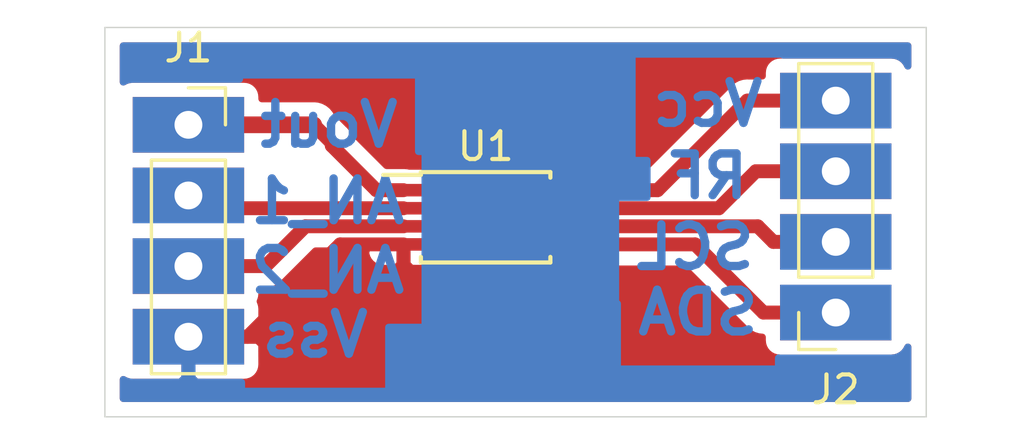
<source format=kicad_pcb>
(kicad_pcb (version 20171130) (host pcbnew "(5.1.5)-3")

  (general
    (thickness 1.6)
    (drawings 12)
    (tracks 25)
    (zones 0)
    (modules 3)
    (nets 9)
  )

  (page A4)
  (layers
    (0 F.Cu signal)
    (31 B.Cu signal)
    (32 B.Adhes user)
    (33 F.Adhes user)
    (34 B.Paste user)
    (35 F.Paste user)
    (36 B.SilkS user)
    (37 F.SilkS user)
    (38 B.Mask user)
    (39 F.Mask user)
    (40 Dwgs.User user)
    (41 Cmts.User user)
    (42 Eco1.User user)
    (43 Eco2.User user)
    (44 Edge.Cuts user)
    (45 Margin user)
    (46 B.CrtYd user)
    (47 F.CrtYd user)
    (48 B.Fab user)
    (49 F.Fab user)
  )

  (setup
    (last_trace_width 0.5)
    (user_trace_width 0.5)
    (user_trace_width 0.6)
    (trace_clearance 0.2)
    (zone_clearance 0.508)
    (zone_45_only no)
    (trace_min 0.2)
    (via_size 0.8)
    (via_drill 0.4)
    (via_min_size 0.4)
    (via_min_drill 0.3)
    (uvia_size 0.3)
    (uvia_drill 0.1)
    (uvias_allowed no)
    (uvia_min_size 0.2)
    (uvia_min_drill 0.1)
    (edge_width 0.05)
    (segment_width 0.2)
    (pcb_text_width 0.3)
    (pcb_text_size 1.5 1.5)
    (mod_edge_width 0.12)
    (mod_text_size 1 1)
    (mod_text_width 0.15)
    (pad_size 4 2)
    (pad_drill 1)
    (pad_to_mask_clearance 0.051)
    (solder_mask_min_width 0.25)
    (aux_axis_origin 0 0)
    (visible_elements FFFFFF7F)
    (pcbplotparams
      (layerselection 0x01000_ffffffff)
      (usegerberextensions false)
      (usegerberattributes false)
      (usegerberadvancedattributes false)
      (creategerberjobfile false)
      (excludeedgelayer true)
      (linewidth 0.100000)
      (plotframeref false)
      (viasonmask false)
      (mode 1)
      (useauxorigin false)
      (hpglpennumber 1)
      (hpglpenspeed 20)
      (hpglpendiameter 15.000000)
      (psnegative false)
      (psa4output false)
      (plotreference true)
      (plotvalue true)
      (plotinvisibletext false)
      (padsonsilk false)
      (subtractmaskfromsilk false)
      (outputformat 1)
      (mirror false)
      (drillshape 0)
      (scaleselection 1)
      (outputdirectory ""))
  )

  (net 0 "")
  (net 1 "Net-(J1-Pad1)")
  (net 2 "Net-(J1-Pad2)")
  (net 3 "Net-(J1-Pad3)")
  (net 4 "Net-(J1-Pad4)")
  (net 5 "Net-(J2-Pad4)")
  (net 6 "Net-(J2-Pad3)")
  (net 7 "Net-(J2-Pad2)")
  (net 8 "Net-(J2-Pad1)")

  (net_class Default "This is the default net class."
    (clearance 0.2)
    (trace_width 0.25)
    (via_dia 0.8)
    (via_drill 0.4)
    (uvia_dia 0.3)
    (uvia_drill 0.1)
    (add_net "Net-(J1-Pad1)")
    (add_net "Net-(J1-Pad2)")
    (add_net "Net-(J1-Pad3)")
    (add_net "Net-(J1-Pad4)")
    (add_net "Net-(J2-Pad1)")
    (add_net "Net-(J2-Pad2)")
    (add_net "Net-(J2-Pad3)")
    (add_net "Net-(J2-Pad4)")
  )

  (module Connector_PinSocket_2.54mm:PinSocket_1x04_P2.54mm_Vertical (layer F.Cu) (tedit 61659332) (tstamp 616592D9)
    (at 125 103.5)
    (descr "Through hole straight socket strip, 1x04, 2.54mm pitch, single row (from Kicad 4.0.7), script generated")
    (tags "Through hole socket strip THT 1x04 2.54mm single row")
    (path /61708420)
    (fp_text reference J1 (at 0 -2.77) (layer F.SilkS)
      (effects (font (size 1 1) (thickness 0.15)))
    )
    (fp_text value Conn_01x04_Male (at 0 10.39) (layer F.Fab)
      (effects (font (size 1 1) (thickness 0.15)))
    )
    (fp_line (start -1.27 -1.27) (end 0.635 -1.27) (layer F.Fab) (width 0.1))
    (fp_line (start 0.635 -1.27) (end 1.27 -0.635) (layer F.Fab) (width 0.1))
    (fp_line (start 1.27 -0.635) (end 1.27 8.89) (layer F.Fab) (width 0.1))
    (fp_line (start 1.27 8.89) (end -1.27 8.89) (layer F.Fab) (width 0.1))
    (fp_line (start -1.27 8.89) (end -1.27 -1.27) (layer F.Fab) (width 0.1))
    (fp_line (start -1.33 1.27) (end 1.33 1.27) (layer F.SilkS) (width 0.12))
    (fp_line (start -1.33 1.27) (end -1.33 8.95) (layer F.SilkS) (width 0.12))
    (fp_line (start -1.33 8.95) (end 1.33 8.95) (layer F.SilkS) (width 0.12))
    (fp_line (start 1.33 1.27) (end 1.33 8.95) (layer F.SilkS) (width 0.12))
    (fp_line (start 1.33 -1.33) (end 1.33 0) (layer F.SilkS) (width 0.12))
    (fp_line (start 0 -1.33) (end 1.33 -1.33) (layer F.SilkS) (width 0.12))
    (fp_line (start -1.8 -1.8) (end 1.75 -1.8) (layer F.CrtYd) (width 0.05))
    (fp_line (start 1.75 -1.8) (end 1.75 9.4) (layer F.CrtYd) (width 0.05))
    (fp_line (start 1.75 9.4) (end -1.8 9.4) (layer F.CrtYd) (width 0.05))
    (fp_line (start -1.8 9.4) (end -1.8 -1.8) (layer F.CrtYd) (width 0.05))
    (fp_text user %R (at 0 3.81 90) (layer F.Fab)
      (effects (font (size 1 1) (thickness 0.15)))
    )
    (pad 1 thru_hole rect (at 0 0) (size 4 2) (drill 1) (layers *.Cu *.Mask)
      (net 1 "Net-(J1-Pad1)"))
    (pad 2 thru_hole rect (at 0 2.54) (size 4 2) (drill 1) (layers *.Cu *.Mask)
      (net 2 "Net-(J1-Pad2)"))
    (pad 3 thru_hole rect (at 0 5.08) (size 4 2) (drill 1) (layers *.Cu *.Mask)
      (net 3 "Net-(J1-Pad3)"))
    (pad 4 thru_hole rect (at 0 7.62) (size 4 2) (drill 1) (layers *.Cu *.Mask)
      (net 4 "Net-(J1-Pad4)"))
    (model ${KISYS3DMOD}/Connector_PinSocket_2.54mm.3dshapes/PinSocket_1x04_P2.54mm_Vertical.wrl
      (at (xyz 0 0 0))
      (scale (xyz 1 1 1))
      (rotate (xyz 0 0 0))
    )
  )

  (module Connector_PinSocket_2.54mm:PinSocket_1x04_P2.54mm_Vertical (layer F.Cu) (tedit 5A19A429) (tstamp 616592F1)
    (at 148.25 110.25 180)
    (descr "Through hole straight socket strip, 1x04, 2.54mm pitch, single row (from Kicad 4.0.7), script generated")
    (tags "Through hole socket strip THT 1x04 2.54mm single row")
    (path /61708F7B)
    (fp_text reference J2 (at 0 -2.77) (layer F.SilkS)
      (effects (font (size 1 1) (thickness 0.15)))
    )
    (fp_text value Conn_01x04_Male (at 0 10.39) (layer F.Fab)
      (effects (font (size 1 1) (thickness 0.15)))
    )
    (fp_text user %R (at 0 3.81 90) (layer F.Fab)
      (effects (font (size 1 1) (thickness 0.15)))
    )
    (fp_line (start -1.8 9.4) (end -1.8 -1.8) (layer F.CrtYd) (width 0.05))
    (fp_line (start 1.75 9.4) (end -1.8 9.4) (layer F.CrtYd) (width 0.05))
    (fp_line (start 1.75 -1.8) (end 1.75 9.4) (layer F.CrtYd) (width 0.05))
    (fp_line (start -1.8 -1.8) (end 1.75 -1.8) (layer F.CrtYd) (width 0.05))
    (fp_line (start 0 -1.33) (end 1.33 -1.33) (layer F.SilkS) (width 0.12))
    (fp_line (start 1.33 -1.33) (end 1.33 0) (layer F.SilkS) (width 0.12))
    (fp_line (start 1.33 1.27) (end 1.33 8.95) (layer F.SilkS) (width 0.12))
    (fp_line (start -1.33 8.95) (end 1.33 8.95) (layer F.SilkS) (width 0.12))
    (fp_line (start -1.33 1.27) (end -1.33 8.95) (layer F.SilkS) (width 0.12))
    (fp_line (start -1.33 1.27) (end 1.33 1.27) (layer F.SilkS) (width 0.12))
    (fp_line (start -1.27 8.89) (end -1.27 -1.27) (layer F.Fab) (width 0.1))
    (fp_line (start 1.27 8.89) (end -1.27 8.89) (layer F.Fab) (width 0.1))
    (fp_line (start 1.27 -0.635) (end 1.27 8.89) (layer F.Fab) (width 0.1))
    (fp_line (start 0.635 -1.27) (end 1.27 -0.635) (layer F.Fab) (width 0.1))
    (fp_line (start -1.27 -1.27) (end 0.635 -1.27) (layer F.Fab) (width 0.1))
    (pad 4 thru_hole rect (at 0 7.62 180) (size 4 2) (drill 1) (layers *.Cu *.Mask)
      (net 5 "Net-(J2-Pad4)"))
    (pad 3 thru_hole rect (at 0 5.08 180) (size 4 2) (drill 1) (layers *.Cu *.Mask)
      (net 6 "Net-(J2-Pad3)"))
    (pad 2 thru_hole rect (at 0 2.54 180) (size 4 2) (drill 1) (layers *.Cu *.Mask)
      (net 7 "Net-(J2-Pad2)"))
    (pad 1 thru_hole rect (at 0 0 180) (size 4 2) (drill 1) (layers *.Cu *.Mask)
      (net 8 "Net-(J2-Pad1)"))
    (model ${KISYS3DMOD}/Connector_PinSocket_2.54mm.3dshapes/PinSocket_1x04_P2.54mm_Vertical.wrl
      (at (xyz 0 0 0))
      (scale (xyz 1 1 1))
      (rotate (xyz 0 0 0))
    )
  )

  (module Package_SO:TSSOP-8_4.4x3mm_P0.65mm (layer F.Cu) (tedit 5A02F25C) (tstamp 6165930E)
    (at 135.675001 106.825001)
    (descr "8-Lead Plastic Thin Shrink Small Outline (ST)-4.4 mm Body [TSSOP] (see Microchip Packaging Specification 00000049BS.pdf)")
    (tags "SSOP 0.65")
    (path /61706D0C)
    (attr smd)
    (fp_text reference U1 (at 0 -2.55) (layer F.SilkS)
      (effects (font (size 1 1) (thickness 0.15)))
    )
    (fp_text value NE555P (at 0 2.55) (layer F.Fab)
      (effects (font (size 1 1) (thickness 0.15)))
    )
    (fp_line (start -1.2 -1.5) (end 2.2 -1.5) (layer F.Fab) (width 0.15))
    (fp_line (start 2.2 -1.5) (end 2.2 1.5) (layer F.Fab) (width 0.15))
    (fp_line (start 2.2 1.5) (end -2.2 1.5) (layer F.Fab) (width 0.15))
    (fp_line (start -2.2 1.5) (end -2.2 -0.5) (layer F.Fab) (width 0.15))
    (fp_line (start -2.2 -0.5) (end -1.2 -1.5) (layer F.Fab) (width 0.15))
    (fp_line (start -3.95 -1.8) (end -3.95 1.8) (layer F.CrtYd) (width 0.05))
    (fp_line (start 3.95 -1.8) (end 3.95 1.8) (layer F.CrtYd) (width 0.05))
    (fp_line (start -3.95 -1.8) (end 3.95 -1.8) (layer F.CrtYd) (width 0.05))
    (fp_line (start -3.95 1.8) (end 3.95 1.8) (layer F.CrtYd) (width 0.05))
    (fp_line (start -2.325 -1.625) (end -2.325 -1.525) (layer F.SilkS) (width 0.15))
    (fp_line (start 2.325 -1.625) (end 2.325 -1.425) (layer F.SilkS) (width 0.15))
    (fp_line (start 2.325 1.625) (end 2.325 1.425) (layer F.SilkS) (width 0.15))
    (fp_line (start -2.325 1.625) (end -2.325 1.425) (layer F.SilkS) (width 0.15))
    (fp_line (start -2.325 -1.625) (end 2.325 -1.625) (layer F.SilkS) (width 0.15))
    (fp_line (start -2.325 1.625) (end 2.325 1.625) (layer F.SilkS) (width 0.15))
    (fp_line (start -2.325 -1.525) (end -3.675 -1.525) (layer F.SilkS) (width 0.15))
    (fp_text user %R (at 0 0) (layer F.Fab)
      (effects (font (size 0.7 0.7) (thickness 0.15)))
    )
    (pad 1 smd rect (at -2.95 -0.975) (size 1.45 0.45) (layers F.Cu F.Paste F.Mask)
      (net 1 "Net-(J1-Pad1)"))
    (pad 2 smd rect (at -2.95 -0.325) (size 1.45 0.45) (layers F.Cu F.Paste F.Mask)
      (net 2 "Net-(J1-Pad2)"))
    (pad 3 smd rect (at -2.95 0.325) (size 1.45 0.45) (layers F.Cu F.Paste F.Mask)
      (net 3 "Net-(J1-Pad3)"))
    (pad 4 smd rect (at -2.95 0.975) (size 1.45 0.45) (layers F.Cu F.Paste F.Mask)
      (net 4 "Net-(J1-Pad4)"))
    (pad 5 smd rect (at 2.95 0.975) (size 1.45 0.45) (layers F.Cu F.Paste F.Mask)
      (net 8 "Net-(J2-Pad1)"))
    (pad 6 smd rect (at 2.95 0.325) (size 1.45 0.45) (layers F.Cu F.Paste F.Mask)
      (net 7 "Net-(J2-Pad2)"))
    (pad 7 smd rect (at 2.95 -0.325) (size 1.45 0.45) (layers F.Cu F.Paste F.Mask)
      (net 6 "Net-(J2-Pad3)"))
    (pad 8 smd rect (at 2.95 -0.975) (size 1.45 0.45) (layers F.Cu F.Paste F.Mask)
      (net 5 "Net-(J2-Pad4)"))
    (model ${KISYS3DMOD}/Package_SO.3dshapes/TSSOP-8_4.4x3mm_P0.65mm.wrl
      (at (xyz 0 0 0))
      (scale (xyz 1 1 1))
      (rotate (xyz 0 0 0))
    )
  )

  (gr_line (start 151.5 114) (end 151.5 100) (layer Edge.Cuts) (width 0.05) (tstamp 61659722))
  (gr_line (start 122 114) (end 151.5 114) (layer Edge.Cuts) (width 0.05))
  (gr_line (start 122 100) (end 122 114) (layer Edge.Cuts) (width 0.05))
  (gr_line (start 151.5 100) (end 122 100) (layer Edge.Cuts) (width 0.05))
  (gr_text Vcc (at 143.65 102.75) (layer B.Cu)
    (effects (font (size 1.5 1.5) (thickness 0.3)) (justify mirror))
  )
  (gr_text RF (at 143.65 105.35) (layer B.Cu)
    (effects (font (size 1.5 1.5) (thickness 0.3)) (justify mirror))
  )
  (gr_text SCL (at 143.2 107.9) (layer B.Cu)
    (effects (font (size 1.5 1.5) (thickness 0.3)) (justify mirror))
  )
  (gr_text "SDA\n" (at 143.3 110.25) (layer B.Cu)
    (effects (font (size 1.5 1.5) (thickness 0.3)) (justify mirror))
  )
  (gr_text Vss (at 129.55 111.05) (layer B.Cu)
    (effects (font (size 1.5 1.5) (thickness 0.3)) (justify mirror))
  )
  (gr_text AN_2 (at 130 108.75) (layer B.Cu)
    (effects (font (size 1.5 1.5) (thickness 0.3)) (justify mirror))
  )
  (gr_text AN_1 (at 130 106.25) (layer B.Cu)
    (effects (font (size 1.5 1.5) (thickness 0.3)) (justify mirror))
  )
  (gr_text Vout (at 130.05 103.5) (layer B.Cu)
    (effects (font (size 1.5 1.5) (thickness 0.3)) (justify mirror))
  )

  (segment (start 129.5 103.5) (end 125 103.5) (width 0.6) (layer F.Cu) (net 1))
  (segment (start 132.725001 105.850001) (end 131.750001 105.850001) (width 0.5) (layer F.Cu) (net 1))
  (segment (start 131.750001 105.850001) (end 130.15 104.25) (width 0.5) (layer F.Cu) (net 1))
  (segment (start 130.15 104.15) (end 129.5 103.5) (width 0.5) (layer F.Cu) (net 1))
  (segment (start 130.15 104.25) (end 130.15 104.15) (width 0.5) (layer F.Cu) (net 1))
  (segment (start 125.460001 106.500001) (end 125 106.04) (width 0.5) (layer F.Cu) (net 2))
  (segment (start 132.725001 106.500001) (end 125.460001 106.500001) (width 0.5) (layer F.Cu) (net 2))
  (segment (start 132.725001 107.150001) (end 129.199999 107.150001) (width 0.5) (layer F.Cu) (net 3))
  (segment (start 127.77 108.58) (end 125 108.58) (width 0.5) (layer F.Cu) (net 3))
  (segment (start 129.199999 107.150001) (end 127.77 108.58) (width 0.5) (layer F.Cu) (net 3))
  (segment (start 132.725001 107.800001) (end 130.449999 107.800001) (width 0.5) (layer F.Cu) (net 4))
  (segment (start 127.13 111.12) (end 125 111.12) (width 0.5) (layer F.Cu) (net 4))
  (segment (start 130.449999 107.800001) (end 127.13 111.12) (width 0.5) (layer F.Cu) (net 4))
  (segment (start 138.625001 105.850001) (end 141.849999 105.850001) (width 0.5) (layer F.Cu) (net 5))
  (segment (start 145.07 102.63) (end 148.25 102.63) (width 0.5) (layer F.Cu) (net 5))
  (segment (start 141.849999 105.850001) (end 145.07 102.63) (width 0.5) (layer F.Cu) (net 5))
  (segment (start 138.625001 106.500001) (end 144.049999 106.500001) (width 0.5) (layer F.Cu) (net 6))
  (segment (start 145.38 105.17) (end 148.25 105.17) (width 0.5) (layer F.Cu) (net 6))
  (segment (start 144.049999 106.500001) (end 145.38 105.17) (width 0.5) (layer F.Cu) (net 6))
  (segment (start 138.625001 107.150001) (end 145.450001 107.150001) (width 0.5) (layer F.Cu) (net 7))
  (segment (start 146.01 107.71) (end 148.25 107.71) (width 0.5) (layer F.Cu) (net 7))
  (segment (start 145.450001 107.150001) (end 146.01 107.71) (width 0.5) (layer F.Cu) (net 7))
  (segment (start 138.625001 107.800001) (end 143.200001 107.800001) (width 0.5) (layer F.Cu) (net 8))
  (segment (start 145.65 110.25) (end 148.25 110.25) (width 0.5) (layer F.Cu) (net 8))
  (segment (start 143.200001 107.800001) (end 145.65 110.25) (width 0.5) (layer F.Cu) (net 8))

  (zone (net 4) (net_name "Net-(J1-Pad4)") (layer B.Cu) (tstamp 61659729) (hatch edge 0.508)
    (connect_pads (clearance 0.508))
    (min_thickness 0.254)
    (fill yes (arc_segments 32) (thermal_gap 0.508) (thermal_bridge_width 0.508))
    (polygon
      (pts
        (xy 151.5 114) (xy 122 114) (xy 122 100) (xy 151.5 100)
      )
    )
    (filled_polygon
      (pts
        (xy 150.840001 101.387465) (xy 150.839502 101.38582) (xy 150.780537 101.275506) (xy 150.701185 101.178815) (xy 150.604494 101.099463)
        (xy 150.49418 101.040498) (xy 150.374482 101.004188) (xy 150.25 100.991928) (xy 146.363572 100.991928) (xy 146.363572 100.96)
        (xy 140.936429 100.96) (xy 140.936429 104.78) (xy 141.472143 104.78) (xy 141.472143 106.11) (xy 140.343572 106.11)
        (xy 140.343572 109.93) (xy 140.407857 109.93) (xy 140.407857 112.28) (xy 146.192143 112.28) (xy 146.192143 111.882374)
        (xy 146.25 111.888072) (xy 150.25 111.888072) (xy 150.374482 111.875812) (xy 150.49418 111.839502) (xy 150.604494 111.780537)
        (xy 150.701185 111.701185) (xy 150.780537 111.604494) (xy 150.839502 111.49418) (xy 150.84 111.492538) (xy 150.84 113.34)
        (xy 122.66 113.34) (xy 122.66 112.658284) (xy 122.75582 112.709502) (xy 122.875518 112.745812) (xy 123 112.758072)
        (xy 124.71425 112.755) (xy 124.873 112.59625) (xy 124.873 111.247) (xy 124.853 111.247) (xy 124.853 110.993)
        (xy 124.873 110.993) (xy 124.873 110.973) (xy 125.127 110.973) (xy 125.127 110.993) (xy 125.147 110.993)
        (xy 125.147 111.247) (xy 125.127 111.247) (xy 125.127 112.59625) (xy 125.28575 112.755) (xy 126.907857 112.757907)
        (xy 126.907857 113.08) (xy 132.192143 113.08) (xy 132.192143 110.78) (xy 133.499286 110.78) (xy 133.499286 104.46)
        (xy 133.263572 104.46) (xy 133.263572 101.71) (xy 126.836429 101.71) (xy 126.836429 101.861928) (xy 123 101.861928)
        (xy 122.875518 101.874188) (xy 122.75582 101.910498) (xy 122.66 101.961716) (xy 122.66 100.66) (xy 150.840001 100.66)
      )
    )
  )
  (zone (net 4) (net_name "Net-(J1-Pad4)") (layer F.Cu) (tstamp 61659726) (hatch edge 0.508)
    (connect_pads (clearance 0.508))
    (min_thickness 0.254)
    (fill yes (arc_segments 32) (thermal_gap 0.508) (thermal_bridge_width 0.508))
    (polygon
      (pts
        (xy 151.5 114) (xy 122 114) (xy 122 100) (xy 151.5 100)
      )
    )
    (filled_polygon
      (pts
        (xy 150.840001 101.387465) (xy 150.839502 101.38582) (xy 150.780537 101.275506) (xy 150.701185 101.178815) (xy 150.604494 101.099463)
        (xy 150.49418 101.040498) (xy 150.374482 101.004188) (xy 150.25 100.991928) (xy 146.25 100.991928) (xy 146.125518 101.004188)
        (xy 146.00582 101.040498) (xy 145.895506 101.099463) (xy 145.798815 101.178815) (xy 145.719463 101.275506) (xy 145.660498 101.38582)
        (xy 145.624188 101.505518) (xy 145.611928 101.63) (xy 145.611928 101.745) (xy 145.113466 101.745) (xy 145.069999 101.740719)
        (xy 145.026533 101.745) (xy 145.026523 101.745) (xy 144.89651 101.757805) (xy 144.729687 101.808411) (xy 144.575941 101.890589)
        (xy 144.575939 101.89059) (xy 144.57594 101.89059) (xy 144.474953 101.973468) (xy 144.474951 101.97347) (xy 144.441183 102.001183)
        (xy 144.41347 102.034951) (xy 141.483421 104.965001) (xy 138.581524 104.965001) (xy 138.451511 104.977806) (xy 138.421437 104.986929)
        (xy 137.900001 104.986929) (xy 137.775519 104.999189) (xy 137.655821 105.035499) (xy 137.545507 105.094464) (xy 137.448816 105.173816)
        (xy 137.369464 105.270507) (xy 137.310499 105.380821) (xy 137.274189 105.500519) (xy 137.261929 105.625001) (xy 137.261929 106.075001)
        (xy 137.271778 106.175001) (xy 137.261929 106.275001) (xy 137.261929 106.725001) (xy 137.271778 106.825) (xy 137.261929 106.925001)
        (xy 137.261929 107.375001) (xy 137.271778 107.475001) (xy 137.261929 107.575001) (xy 137.261929 108.025001) (xy 137.274189 108.149483)
        (xy 137.310499 108.269181) (xy 137.369464 108.379495) (xy 137.448816 108.476186) (xy 137.545507 108.555538) (xy 137.655821 108.614503)
        (xy 137.775519 108.650813) (xy 137.900001 108.663073) (xy 138.421437 108.663073) (xy 138.451511 108.672196) (xy 138.581524 108.685001)
        (xy 142.833423 108.685001) (xy 144.99347 110.845049) (xy 145.021183 110.878817) (xy 145.054951 110.90653) (xy 145.054953 110.906532)
        (xy 145.155941 110.989411) (xy 145.309687 111.071589) (xy 145.47651 111.122195) (xy 145.606523 111.135) (xy 145.606531 111.135)
        (xy 145.611928 111.135532) (xy 145.611928 111.25) (xy 145.624188 111.374482) (xy 145.660498 111.49418) (xy 145.719463 111.604494)
        (xy 145.798815 111.701185) (xy 145.895506 111.780537) (xy 146.00582 111.839502) (xy 146.125518 111.875812) (xy 146.25 111.888072)
        (xy 150.25 111.888072) (xy 150.374482 111.875812) (xy 150.49418 111.839502) (xy 150.604494 111.780537) (xy 150.701185 111.701185)
        (xy 150.780537 111.604494) (xy 150.839502 111.49418) (xy 150.84 111.492538) (xy 150.84 113.34) (xy 122.66 113.34)
        (xy 122.66 112.658284) (xy 122.75582 112.709502) (xy 122.875518 112.745812) (xy 123 112.758072) (xy 124.71425 112.755)
        (xy 124.873 112.59625) (xy 124.873 111.247) (xy 125.127 111.247) (xy 125.127 112.59625) (xy 125.28575 112.755)
        (xy 127 112.758072) (xy 127.124482 112.745812) (xy 127.24418 112.709502) (xy 127.354494 112.650537) (xy 127.451185 112.571185)
        (xy 127.530537 112.474494) (xy 127.589502 112.36418) (xy 127.625812 112.244482) (xy 127.638072 112.12) (xy 127.635 111.40575)
        (xy 127.47625 111.247) (xy 125.127 111.247) (xy 124.873 111.247) (xy 124.853 111.247) (xy 124.853 110.993)
        (xy 124.873 110.993) (xy 124.873 110.973) (xy 125.127 110.973) (xy 125.127 110.993) (xy 127.47625 110.993)
        (xy 127.635 110.83425) (xy 127.638072 110.12) (xy 127.625812 109.995518) (xy 127.589502 109.87582) (xy 127.575701 109.85)
        (xy 127.589502 109.82418) (xy 127.625812 109.704482) (xy 127.638072 109.58) (xy 127.638072 109.465) (xy 127.726531 109.465)
        (xy 127.77 109.469281) (xy 127.813469 109.465) (xy 127.813477 109.465) (xy 127.94349 109.452195) (xy 128.110313 109.401589)
        (xy 128.264059 109.319411) (xy 128.398817 109.208817) (xy 128.426534 109.175044) (xy 129.566578 108.035001) (xy 131.386751 108.035001)
        (xy 131.365001 108.056751) (xy 131.376157 108.158997) (xy 131.414286 108.278128) (xy 131.474923 108.387532) (xy 131.555738 108.483004)
        (xy 131.653626 108.560875) (xy 131.764826 108.618152) (xy 131.885062 108.652635) (xy 132.009716 108.662999) (xy 132.439251 108.660001)
        (xy 132.598001 108.501251) (xy 132.598001 108.035001) (xy 132.768478 108.035001) (xy 132.852001 108.026775) (xy 132.852001 108.501251)
        (xy 133.010751 108.660001) (xy 133.440286 108.662999) (xy 133.56494 108.652635) (xy 133.685176 108.618152) (xy 133.796376 108.560875)
        (xy 133.894264 108.483004) (xy 133.975079 108.387532) (xy 134.035716 108.278128) (xy 134.073845 108.158997) (xy 134.085001 108.056751)
        (xy 133.926251 107.898001) (xy 133.813679 107.898001) (xy 133.901186 107.826186) (xy 133.980538 107.729495) (xy 134.039503 107.619181)
        (xy 134.052754 107.575498) (xy 134.085001 107.543251) (xy 134.077906 107.478228) (xy 134.088073 107.375001) (xy 134.088073 106.925001)
        (xy 134.078224 106.825) (xy 134.088073 106.725001) (xy 134.088073 106.275001) (xy 134.078224 106.175001) (xy 134.088073 106.075001)
        (xy 134.088073 105.625001) (xy 134.075813 105.500519) (xy 134.039503 105.380821) (xy 133.980538 105.270507) (xy 133.901186 105.173816)
        (xy 133.804495 105.094464) (xy 133.694181 105.035499) (xy 133.574483 104.999189) (xy 133.450001 104.986929) (xy 132.928565 104.986929)
        (xy 132.898491 104.977806) (xy 132.768478 104.965001) (xy 132.11658 104.965001) (xy 130.976084 103.824506) (xy 130.971589 103.809688)
        (xy 130.889411 103.655941) (xy 130.860886 103.621183) (xy 130.806532 103.554953) (xy 130.80653 103.554951) (xy 130.778817 103.521183)
        (xy 130.745049 103.49347) (xy 130.340413 103.088834) (xy 130.281186 102.978028) (xy 130.164344 102.835656) (xy 130.021972 102.718814)
        (xy 129.85954 102.631993) (xy 129.683292 102.578529) (xy 129.545932 102.565) (xy 127.638072 102.565) (xy 127.638072 102.5)
        (xy 127.625812 102.375518) (xy 127.589502 102.25582) (xy 127.530537 102.145506) (xy 127.451185 102.048815) (xy 127.354494 101.969463)
        (xy 127.24418 101.910498) (xy 127.124482 101.874188) (xy 127 101.861928) (xy 123 101.861928) (xy 122.875518 101.874188)
        (xy 122.75582 101.910498) (xy 122.66 101.961716) (xy 122.66 100.66) (xy 150.840001 100.66)
      )
    )
  )
)

</source>
